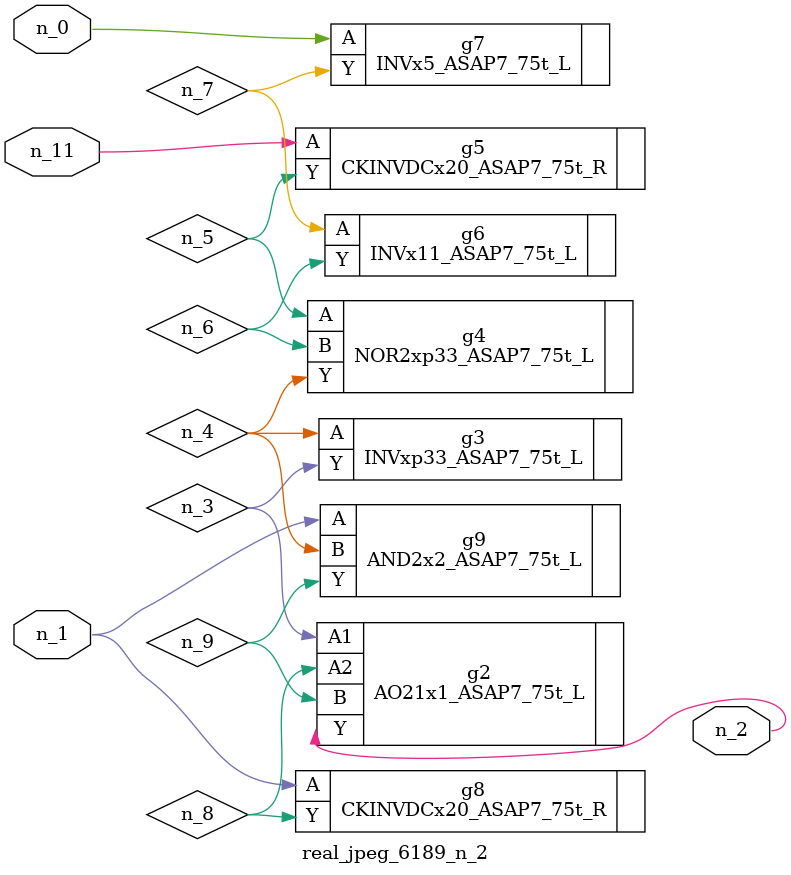
<source format=v>
module real_jpeg_6189_n_2 (n_1, n_11, n_0, n_2);

input n_1;
input n_11;
input n_0;

output n_2;

wire n_5;
wire n_8;
wire n_4;
wire n_6;
wire n_7;
wire n_3;
wire n_9;

INVx5_ASAP7_75t_L g7 ( 
.A(n_0),
.Y(n_7)
);

CKINVDCx20_ASAP7_75t_R g8 ( 
.A(n_1),
.Y(n_8)
);

AND2x2_ASAP7_75t_L g9 ( 
.A(n_1),
.B(n_4),
.Y(n_9)
);

AO21x1_ASAP7_75t_L g2 ( 
.A1(n_3),
.A2(n_8),
.B(n_9),
.Y(n_2)
);

INVxp33_ASAP7_75t_L g3 ( 
.A(n_4),
.Y(n_3)
);

NOR2xp33_ASAP7_75t_L g4 ( 
.A(n_5),
.B(n_6),
.Y(n_4)
);

INVx11_ASAP7_75t_L g6 ( 
.A(n_7),
.Y(n_6)
);

CKINVDCx20_ASAP7_75t_R g5 ( 
.A(n_11),
.Y(n_5)
);


endmodule
</source>
